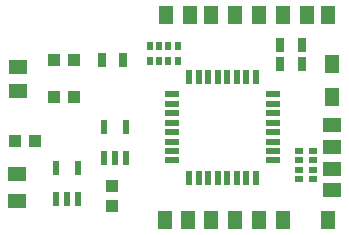
<source format=gtp>
G75*
%MOIN*%
%OFA0B0*%
%FSLAX25Y25*%
%IPPOS*%
%LPD*%
%AMOC8*
5,1,8,0,0,1.08239X$1,22.5*
%
%ADD10R,0.04331X0.03937*%
%ADD11R,0.05000X0.06000*%
%ADD12R,0.06000X0.05000*%
%ADD13R,0.03150X0.04724*%
%ADD14R,0.02559X0.01969*%
%ADD15R,0.01969X0.02559*%
%ADD16R,0.02165X0.04724*%
%ADD17R,0.05000X0.02200*%
%ADD18R,0.02200X0.05000*%
%ADD19R,0.03937X0.04331*%
D10*
X0006778Y0035900D03*
X0013470Y0035900D03*
X0019778Y0050300D03*
X0026470Y0050300D03*
X0026470Y0062700D03*
X0019778Y0062700D03*
D11*
X0057124Y0077900D03*
X0065124Y0077900D03*
X0072124Y0077900D03*
X0080124Y0077700D03*
X0088124Y0077700D03*
X0096124Y0077700D03*
X0103924Y0077700D03*
X0111124Y0077700D03*
X0112324Y0061500D03*
X0112324Y0050300D03*
X0111124Y0009300D03*
X0095924Y0009300D03*
X0087924Y0009300D03*
X0079924Y0009300D03*
X0071924Y0009300D03*
X0064324Y0009500D03*
X0056724Y0009300D03*
D12*
X0007524Y0015900D03*
X0007524Y0024700D03*
X0007724Y0052300D03*
X0007724Y0060500D03*
X0112524Y0041100D03*
X0112524Y0033900D03*
X0112524Y0026300D03*
X0112324Y0019300D03*
D13*
X0102267Y0061500D03*
X0102267Y0067900D03*
X0095181Y0067900D03*
X0095181Y0061500D03*
X0042667Y0062900D03*
X0035581Y0062900D03*
D14*
X0101263Y0032424D03*
X0101263Y0029275D03*
X0101263Y0026125D03*
X0101263Y0022976D03*
X0106185Y0022976D03*
X0106185Y0026125D03*
X0106185Y0029275D03*
X0106185Y0032424D03*
D15*
X0061048Y0062439D03*
X0057899Y0062439D03*
X0054749Y0062439D03*
X0051600Y0062439D03*
X0051600Y0067361D03*
X0054749Y0067361D03*
X0057899Y0067361D03*
X0061048Y0067361D03*
D16*
X0043864Y0040419D03*
X0036384Y0040419D03*
X0036384Y0030181D03*
X0040124Y0030181D03*
X0043864Y0030181D03*
X0027864Y0026819D03*
X0020384Y0026819D03*
X0020384Y0016581D03*
X0024124Y0016581D03*
X0027864Y0016581D03*
D17*
X0059024Y0029276D03*
X0059024Y0032426D03*
X0059024Y0035576D03*
X0059024Y0038725D03*
X0059024Y0041875D03*
X0059024Y0045024D03*
X0059024Y0048174D03*
X0059024Y0051324D03*
X0092824Y0051324D03*
X0092824Y0048174D03*
X0092824Y0045024D03*
X0092824Y0041875D03*
X0092824Y0038725D03*
X0092824Y0035576D03*
X0092824Y0032426D03*
X0092824Y0029276D03*
D18*
X0086948Y0023400D03*
X0083798Y0023400D03*
X0080648Y0023400D03*
X0077499Y0023400D03*
X0074349Y0023400D03*
X0071200Y0023400D03*
X0068050Y0023400D03*
X0064900Y0023400D03*
X0064900Y0057200D03*
X0068050Y0057200D03*
X0071200Y0057200D03*
X0074349Y0057200D03*
X0077499Y0057200D03*
X0080648Y0057200D03*
X0083798Y0057200D03*
X0086948Y0057200D03*
D19*
X0038924Y0020646D03*
X0038924Y0013954D03*
M02*

</source>
